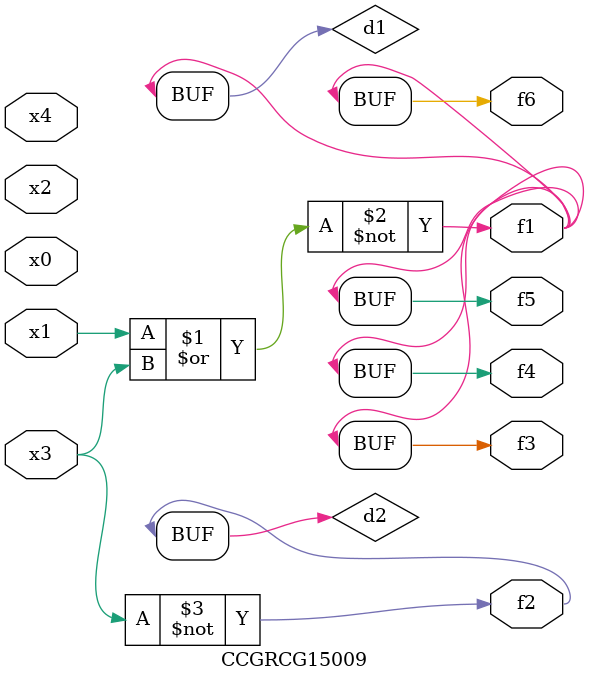
<source format=v>
module CCGRCG15009(
	input x0, x1, x2, x3, x4,
	output f1, f2, f3, f4, f5, f6
);

	wire d1, d2;

	nor (d1, x1, x3);
	not (d2, x3);
	assign f1 = d1;
	assign f2 = d2;
	assign f3 = d1;
	assign f4 = d1;
	assign f5 = d1;
	assign f6 = d1;
endmodule

</source>
